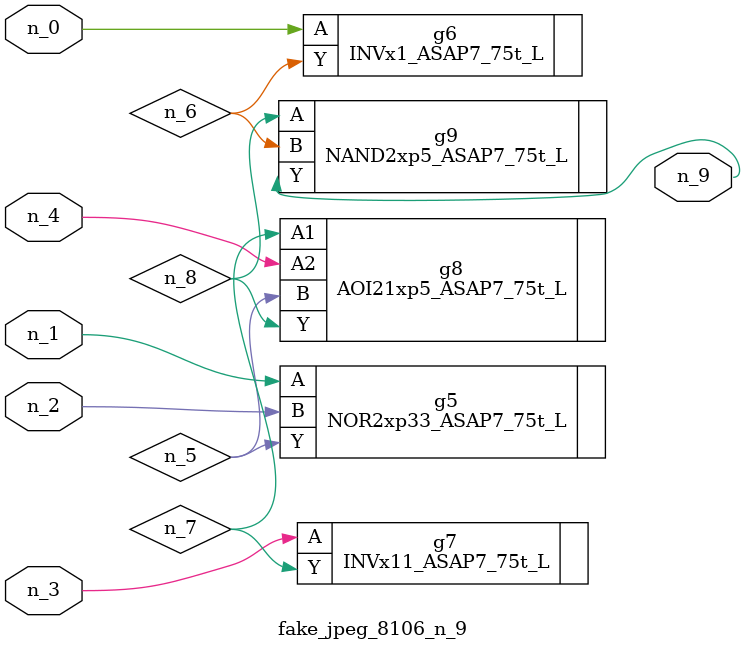
<source format=v>
module fake_jpeg_8106_n_9 (n_3, n_2, n_1, n_0, n_4, n_9);

input n_3;
input n_2;
input n_1;
input n_0;
input n_4;

output n_9;

wire n_8;
wire n_6;
wire n_5;
wire n_7;

NOR2xp33_ASAP7_75t_L g5 ( 
.A(n_1),
.B(n_2),
.Y(n_5)
);

INVx1_ASAP7_75t_L g6 ( 
.A(n_0),
.Y(n_6)
);

INVx11_ASAP7_75t_L g7 ( 
.A(n_3),
.Y(n_7)
);

AOI21xp5_ASAP7_75t_L g8 ( 
.A1(n_7),
.A2(n_4),
.B(n_5),
.Y(n_8)
);

NAND2xp5_ASAP7_75t_L g9 ( 
.A(n_8),
.B(n_6),
.Y(n_9)
);


endmodule
</source>
